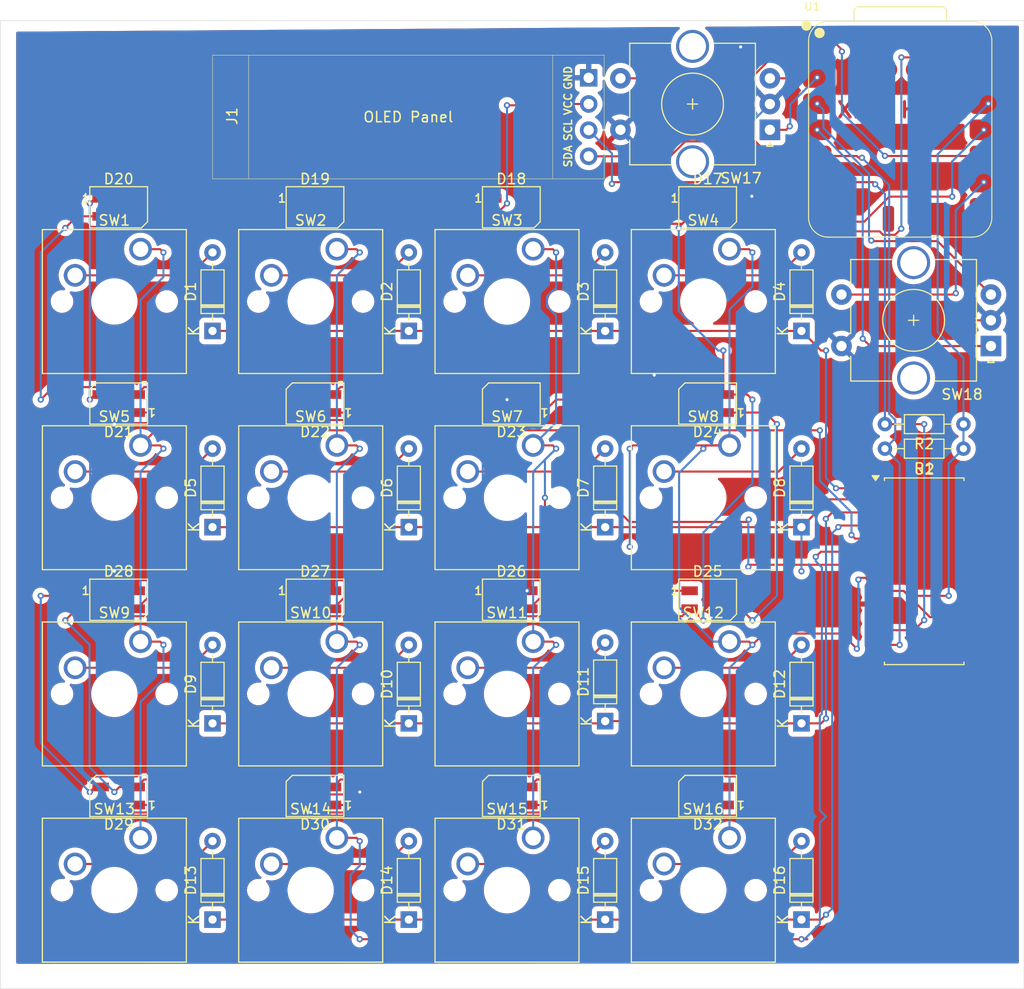
<source format=kicad_pcb>
(kicad_pcb (version 20240108) (generator "pcbnew") (generator_version "8.0")
  (layers (0 "F.Cu" signal) (31 "B.Cu" signal) (34 "B.Paste" user) (35 "F.Paste" user) (36 "B.SilkS" user "B.Silkscreen") (37 "F.SilkS" user "F.Silkscreen") (38 "B.Mask" user) (39 "F.Mask" user) (44 "Edge.Cuts" user))
  (net 0 "")
  (net 1 "Net-(D1-A)")
  (net 2 "Net-(D2-A)")
  (net 3 "Net-(D3-A)")
  (net 4 "Net-(D4-A)")
  (net 5 "Net-(D5-A)")
  (net 6 "Net-(D6-A)")
  (net 7 "Net-(D7-A)")
  (net 8 "Net-(D8-A)")
  (net 9 "Net-(D9-A)")
  (net 14 "GND")
  (net 17 "ROW0")
  (net 20 "ROW1")
  (net 21 "ROW2")
  (net 22 "Net-(D10-A)")
  (net 23 "Net-(D11-A)")
  (net 24 "Net-(D12-A)")
  (net 25 "ROW3")
  (net 26 "Net-(D13-A)")
  (net 27 "Net-(D14-A)")
  (net 28 "Net-(D15-A)")
  (net 29 "Net-(D16-A)")
  (net 30 "Net-(D17-DOUT)")
  (net 31 "+5V")
  (net 32 "NEO")
  (net 33 "Net-(D18-DOUT)")
  (net 34 "Net-(D19-DOUT)")
  (net 35 "Net-(D20-DOUT)")
  (net 36 "Net-(D21-DOUT)")
  (net 37 "Net-(D22-DOUT)")
  (net 38 "Net-(D23-DOUT)")
  (net 39 "Net-(D24-DOUT)")
  (net 40 "Net-(D25-DOUT)")
  (net 41 "Net-(D26-DOUT)")
  (net 42 "Net-(D27-DOUT)")
  (net 43 "Net-(D28-DOUT)")
  (net 44 "Net-(D29-DOUT)")
  (net 45 "Net-(D30-DOUT)")
  (net 46 "Net-(D31-DOUT)")
  (net 48 "SCL")
  (net 49 "SDA")
  (net 50 "+3.3V")
  (net 51 "COL0")
  (net 52 "COL1")
  (net 53 "COL2")
  (net 54 "COL3")
  (net 55 "Net-(U1-GPIO28_A2_D2)")
  (net 56 "Net-(U1-GPIO27_A1_D1)")
  (net 57 "Net-(U1-GPIO26_A0_D0)")
  (net 70 "Net-(U1-GPIO29_A3_D3)")
  (net 71 "Net-(U1-GPIO2_D8_SCK)")
  (net 72 "Net-(U1-GPIO4_D9_MISO)")
  (footprint "Diode_THT:D_DO-35_SOD27_P7.62mm_Horizontal" (layer "F.Cu") (at 90.4875 60.0075 90)
    (property "Reference" "D2")
    (property "Value" "D")
  )
  (footprint "Diode_THT:D_DO-35_SOD27_P7.62mm_Horizontal" (layer "F.Cu") (at 71.4375 98.1075 90)
    (property "Reference" "D9")
    (property "Value" "D")
  )
  (footprint "Diode_THT:D_DO-35_SOD27_P7.62mm_Horizontal" (layer "F.Cu") (at 109.5375 60.0075 90)
    (property "Reference" "D3")
    (property "Value" "D")
  )
  (footprint "Diode_THT:D_DO-35_SOD27_P7.62mm_Horizontal" (layer "F.Cu") (at 128.5875 79.0575 90)
    (property "Reference" "D8")
    (property "Value" "D")
  )
  (footprint "Diode_THT:D_DO-35_SOD27_P7.62mm_Horizontal" (layer "F.Cu") (at 90.4875 98.1075 90)
    (property "Reference" "D10")
    (property "Value" "D")
  )
  (footprint "Diode_THT:D_DO-35_SOD27_P7.62mm_Horizontal" (layer "F.Cu") (at 71.4375 117.1575 90)
    (property "Reference" "D13")
    (property "Value" "D")
  )
  (footprint "CustomLib:CustomSwitch" (layer "F.Cu") (at 102.5525 90.17)
    (property "Reference" "SW11")
    (property "Value" "SW_Push_45deg")
  )
  (footprint "Package_SO:SOIC-28W_7.5x17.9mm_P1.27mm" (layer "F.Cu") (at 140.49375 83.34375)
    (property "Reference" "U2")
    (property "Value" "MCP23017_SO")
  )
  (footprint "Rotary_Encoder:RotaryEncoder_Alps_EC11E-Switch_Vertical_H20mm_CircularMountingHoles" (layer "F.Cu") (at 125.52 40.48 180)
    (property "Reference" "SW17")
    (property "Value" "RotaryEncoder_Switch")
  )
  (footprint "CustomLib:GoofyLED" (layer "F.Cu") (at 62.33125 86.10625)
    (property "Reference" "D28")
    (property "Value" "SK6812MINI")
  )
  (footprint "CustomLib:GoofyLED" (layer "F.Cu") (at 119.48125 86.10625)
    (property "Reference" "D25")
    (property "Value" "SK6812MINI")
  )
  (footprint "KiCad-SSD1306-0.91-OLED-4pin-128x32:SSD1306-0.91-OLED-4pin-128x32" (layer "F.Cu") (at 71.4375 33.24375)
    (property "Reference" "J1")
    (property "Value" "Conn_01x04_Pin" (hide yes))
  )
  (footprint "Diode_THT:D_DO-35_SOD27_P7.62mm_Horizontal" (layer "F.Cu") (at 71.4375 79.0575 90)
    (property "Reference" "D5")
    (property "Value" "D")
  )
  (footprint "CustomLib:GoofyLED" (layer "F.Cu") (at 62.33125 67.05625 180)
    (property "Reference" "D21")
    (property "Value" "SK6812MINI")
  )
  (footprint "CustomLib:CustomSwitch" (layer "F.Cu") (at 121.6025 109.22)
    (property "Reference" "SW16")
    (property "Value" "SW_Push_45deg")
  )
  (footprint "CustomLib:GoofyLED" (layer "F.Cu") (at 62.33125 48.00625)
    (property "Reference" "D20")
    (property "Value" "SK6812MINI")
  )
  (footprint "CustomLib:CustomSwitch" (layer "F.Cu") (at 64.4525 52.07)
    (property "Reference" "SW1")
    (property "Value" "SW_Push_45deg")
  )
  (footprint "Seeed Studio XIAO Series Library:XIAO-RP2040-SMD" (layer "F.Cu") (at 138.1125 40.48125)
    (property "Reference" "U1")
    (property "Value" "XIAO-RP2040-SMD")
  )
  (footprint "CustomLib:GoofyLED" (layer "F.Cu") (at 100.43125 48.00625)
    (property "Reference" "D18")
    (property "Value" "SK6812MINI")
  )
  (footprint "CustomLib:GoofyLED" (layer "F.Cu") (at 119.48125 48.00625)
    (property "Reference" "D17")
    (property "Value" "SK6812MINI")
  )
  (footprint "Diode_THT:D_DO-35_SOD27_P7.62mm_Horizontal" (layer "F.Cu") (at 90.4875 79.0575 90)
    (property "Reference" "D6")
    (property "Value" "D")
  )
  (footprint "CustomLib:CustomSwitch" (layer "F.Cu") (at 64.4525 71.12)
    (property "Reference" "SW5")
    (property "Value" "SW_Push_45deg")
  )
  (footprint "Diode_THT:D_DO-35_SOD27_P7.62mm_Horizontal" (layer "F.Cu") (at 128.5875 117.1575 90)
    (property "Reference" "D16")
    (property "Value" "D")
  )
  (footprint "CustomLib:GoofyLED" (layer "F.Cu") (at 100.43125 105.15625 180)
    (property "Reference" "D31")
    (property "Value" "SK6812MINI")
  )
  (footprint "CustomLib:GoofyLED" (layer "F.Cu") (at 100.43125 67.05625 180)
    (property "Reference" "D23")
    (property "Value" "SK6812MINI")
  )
  (footprint "CustomLib:CustomSwitch" (layer "F.Cu") (at 102.5525 71.12)
    (property "Reference" "SW7")
    (property "Value" "SW_Push_45deg")
  )
  (footprint "CustomLib:GoofyLED" (layer "F.Cu") (at 81.38125 48.00625)
    (property "Reference" "D19")
    (property "Value" "SK6812MINI")
  )
  (footprint "CustomLib:GoofyLED" (layer "F.Cu") (at 100.43125 86.10625)
    (property "Reference" "D26")
    (property "Value" "SK6812MINI")
  )
  (footprint "CustomLib:GoofyLED" (layer "F.Cu") (at 62.33125 105.15625 180)
    (property "Reference" "D29")
    (property "Value" "SK6812MINI")
  )
  (footprint "Diode_THT:D_DO-35_SOD27_P7.62mm_Horizontal" (layer "F.Cu") (at 109.5375 97.8875 90)
    (property "Reference" "D11")
    (property "Value" "D")
  )
  (footprint "Rotary_Encoder:RotaryEncoder_Alps_EC11E-Switch_Vertical_H20mm_CircularMountingHoles" (layer "F.Cu") (at 146.96875 61.475 180)
    (property "Reference" "SW18")
    (property "Value" "RotaryEncoder_Switch")
  )
  (footprint "Resistor_THT:R_Axial_DIN0204_L3.6mm_D1.6mm_P7.62mm_Horizontal" (layer "F.Cu") (at 144.30375 69.05625 180)
    (property "Reference" "R2")
    (property "Value" "R")
  )
  (footprint "CustomLib:CustomSwitch" (layer "F.Cu") (at 102.5525 109.22)
    (property "Reference" "SW15")
    (property "Value" "SW_Push_45deg")
  )
  (footprint "CustomLib:CustomSwitch" (layer "F.Cu") (at 121.6025 90.17)
    (property "Reference" "SW12")
    (property "Value" "SW_Push_45deg")
  )
  (footprint "CustomLib:CustomSwitch" (layer "F.Cu") (at 102.5525 52.07)
    (property "Reference" "SW3")
    (property "Value" "SW_Push_45deg")
  )
  (footprint "CustomLib:GoofyLED" (layer "F.Cu") (at 119.48125 105.15625 180)
    (property "Reference" "D32")
    (property "Value" "SK6812MINI")
  )
  (footprint "CustomLib:GoofyLED" (layer "F.Cu") (at 81.38125 105.15625 180)
    (property "Reference" "D30")
    (property "Value" "SK6812MINI")
  )
  (footprint "Diode_THT:D_DO-35_SOD27_P7.62mm_Horizontal" (layer "F.Cu") (at 128.5875 60.0075 90)
    (property "Reference" "D4")
    (property "Value" "D")
  )
  (footprint "CustomLib:CustomSwitch" (layer "F.Cu") (at 64.4525 90.17)
    (property "Reference" "SW9")
    (property "Value" "SW_Push_45deg")
  )
  (footprint "Diode_THT:D_DO-35_SOD27_P7.62mm_Horizontal" (layer "F.Cu") (at 109.5375 79.0575 90)
    (property "Reference" "D7")
    (property "Value" "D")
  )
  (footprint "Diode_THT:D_DO-35_SOD27_P7.62mm_Horizontal" (layer "F.Cu") (at 109.5375 117.1575 90)
    (property "Reference" "D15")
    (property "Value" "D")
  )
  (footprint "CustomLib:CustomSwitch" (layer "F.Cu") (at 64.4525 109.22)
    (property "Reference" "SW13")
    (property "Value" "SW_Push_45deg")
  )
  (footprint "CustomLib:CustomSwitch" (layer "F.Cu") (at 121.6025 52.07)
    (property "Reference" "SW4")
    (property "Value" "SW_Push_45deg")
  )
  (footprint "CustomLib:GoofyLED" (layer "F.Cu") (at 81.38125 86.10625)
    (property "Reference" "D27")
    (property "Value" "SK6812MINI")
  )
  (footprint "CustomLib:GoofyLED" (layer "F.Cu") (at 119.48125 67.05625 180)
    (property "Reference" "D24")
    (property "Value" "SK6812MINI")
  )
  (footprint "CustomLib:GoofyLED" (layer "F.Cu") (at 81.38125 67.05625 180)
    (property "Reference" "D22")
    (property "Value" "SK6812MINI")
  )
  (footprint "CustomLib:CustomSwitch" (layer "F.Cu") (at 83.5025 52.07)
    (property "Reference" "SW2")
    (property "Value" "SW_Push_45deg")
  )
  (footprint "Diode_THT:D_DO-35_SOD27_P7.62mm_Horizontal" (layer "F.Cu") (at 128.5875 98.1075 90)
    (property "Reference" "D12")
    (property "Value" "D")
  )
  (footprint "CustomLib:CustomSwitch" (layer "F.Cu") (at 83.5025 109.22)
    (property "Reference" "SW14")
    (property "Value" "SW_Push_45deg")
  )
  (footprint "CustomLib:CustomSwitch" (layer "F.Cu") (at 121.6025 71.12)
    (property "Reference" "SW8")
    (property "Value" "SW_Push_45deg")
  )
  (footprint "Diode_THT:D_DO-35_SOD27_P7.62mm_Horizontal" (layer "F.Cu") (at 71.4375 60.0075 90)
    (property "Reference" "D1")
    (property "Value" "D")
  )
  (footprint "Diode_THT:D_DO-35_SOD27_P7.62mm_Horizontal" (layer "F.Cu") (at 90.4875 117.1575 90)
    (property "Reference" "D14")
    (property "Value" "D")
  )
  (footprint "CustomLib:CustomSwitch" (layer "F.Cu") (at 83.5025 71.12)
    (property "Reference" "SW6")
    (property "Value" "SW_Push_45deg")
  )
  (footprint "CustomLib:CustomSwitch" (layer "F.Cu") (at 83.5025 90.17)
    (property "Reference" "SW10")
    (property "Value" "SW_Push_45deg")
  )
  (footprint "Resistor_THT:R_Axial_DIN0204_L3.6mm_D1.6mm_P7.62mm_Horizontal" (layer "F.Cu") (at 144.30375 71.4375 180)
    (property "Reference" "R1")
    (property "Value" "R")
  )
  (gr_rect (start 50.84 29.875) (end 150.18 123.845) (stroke (width 0.05)) (fill none) (layer "Edge.Cuts"))
  (gr_text "XIAO HERE!" (at 131.89 39.44 0) (layer "F.Cu") (effects (font (size 1.5 1.5) (thickness 0.3) (bold yes)) (justify left bottom)))
  (gr_text "UN123115's\nQuestionable\nmacropad" (at 54.76875 42.8625 0) (layer "F.Cu") (effects (font (size 1.5 1.5) (thickness 0.3) (bold yes)) (justify left bottom)))
  (segment (start 58.1025 54.61) (end 69.215 54.61) (width 0.2) (layer "F.Cu") (net 1))
  (segment (start 69.215 54.61) (end 71.4375 52.3875) (width 0.2) (layer "F.Cu") (net 1))
  (segment (start 88.265 54.61) (end 90.4875 52.3875) (width 0.2) (layer "F.Cu") (net 2))
  (segment (start 77.1525 54.61) (end 88.265 54.61) (width 0.2) (layer "F.Cu") (net 2))
  (segment (start 96.2025 54.61) (end 107.315 54.61) (width 0.2) (layer "F.Cu") (net 3))
  (segment (start 107.315 54.61) (end 109.5375 52.3875) (width 0.2) (layer "F.Cu") (net 3))
  (segment (start 115.2525 54.61) (end 126.365 54.61) (width 0.2) (layer "F.Cu") (net 4))
  (segment (start 126.365 54.61) (end 128.5875 52.3875) (width 0.2) (layer "F.Cu") (net 4))
  (segment (start 69.215 73.66) (end 71.4375 71.4375) (width 0.2) (layer "F.Cu") (net 5))
  (segment (start 58.1025 73.66) (end 69.215 73.66) (width 0.2) (layer "F.Cu") (net 5))
  (segment (start 88.265 73.66) (end 90.4875 71.4375) (width 0.2) (layer "F.Cu") (net 6))
  (segment (start 77.1525 73.66) (end 88.265 73.66) (width 0.2) (layer "F.Cu") (net 6))
  (segment (start 107.315 73.66) (end 109.5375 71.4375) (width 0.2) (layer "F.Cu") (net 7))
  (segment (start 96.2025 73.66) (end 107.315 73.66) (width 0.2) (layer "F.Cu") (net 7))
  (segment (start 115.2525 73.66) (end 126.365 73.66) (width 0.2) (layer "F.Cu") (net 8))
  (segment (start 126.365 73.66) (end 128.5875 71.4375) (width 0.2) (layer "F.Cu") (net 8))
  (segment (start 58.1025 92.71) (end 69.215 92.71) (width 0.2) (layer "F.Cu") (net 9))
  (segment (start 69.215 92.71) (end 71.4375 90.4875) (width 0.2) (layer "F.Cu") (net 9))
  (segment (start 142.81875 35.40125) (end 142.43 35.79) (width 0.2) (layer "F.Cu") (net 14))
  (segment (start 80.35625 68.65625) (end 97.95625 68.65625) (width 0.2) (layer "F.Cu") (net 14))
  (segment (start 125.63625 37.53) (end 126.20625 38.1) (width 0.2) (layer "F.Cu") (net 14))
  (segment (start 97.95625 68.65625) (end 98.68125 67.93125) (width 0.2) (layer "F.Cu") (net 14))
  (segment (start 85.49375 105.00625) (end 85.725 104.775) (width 0.2) (layer "F.Cu") (net 14))
  (segment (start 134.96875 58.975) (end 132.46875 61.475) (width 0.2) (layer "F.Cu") (net 14))
  (segment (start 61.30625 106.75625) (end 60.58125 106.03125) (width 0.2) (layer "F.Cu") (net 14))
  (segment (start 117.00625 106.75625) (end 99.40625 106.75625) (width 0.2) (layer "F.Cu") (net 14))
  (segment (start 60.7875 67.93125) (end 61.9125 69.05625) (width 0.2) (layer "F.Cu") (net 14))
  (segment (start 146.96875 58.975) (end 134.96875 58.975) (width 0.2) (layer "F.Cu") (net 14))
  (segment (start 146.2775 35.40125) (end 142.81875 35.40125) (width 0.2) (layer "F.Cu") (net 14))
  (segment (start 61.9125 83.34375) (end 63.8 85.23125) (width 0.2) (layer "F.Cu") (net 14))
  (segment (start 80.9625 106.75625) (end 97.95625 106.75625) (width 0.2) (layer "F.Cu") (net 14))
  (segment (start 63.8 85.23125) (end 64.08125 85.23125) (width 0.2) (layer "F.Cu") (net 14))
  (segment (start 98.75625 67.93125) (end 98.68125 67.93125) (width 0.2) (layer "F.Cu") (net 14))
  (segment (start 79.63125 106.03125) (end 79.63125 106.10625) (width 0.2) (layer "F.Cu") (net 14))
  (segment (start 79.63125 67.93125) (end 80.35625 68.65625) (width 0.2) (layer "F.Cu") (net 14))
  (segment (start 99.40625 106.75625) (end 98.68125 106.03125) (width 0.2) (layer "F.Cu") (net 14))
  (segment (start 60.58125 67.93125) (end 60.7875 67.93125) (width 0.2) (layer "F.Cu") (net 14))
  (segment (start 78.98125 106.75625) (end 61.30625 106.75625) (width 0.2) (layer "F.Cu") (net 14))
  (segment (start 100.0125 66.675) (end 98.75625 67.93125) (width 0.2) (layer "F.Cu") (net 14))
  (segment (start 80.9625 104.775) (end 81.19375 105.00625) (width 0.2) (layer "F.Cu") (net 14))
  (segment (start 81.19375 105.00625) (end 85.49375 105.00625) (width 0.2) (layer "F.Cu") (net 14))
  (segment (start 117.73125 106.03125) (end 117.00625 106.75625) (width 0.2) (layer "F.Cu") (net 14))
  (segment (start 80.35625 106.75625) (end 79.63125 106.03125) (width 0.2) (layer "F.Cu") (net 14))
  (segment (start 125.53 37.53) (end 125.63625 37.53) (width 0.2) (layer "F.Cu") (net 14))
  (segment (start 97.95625 106.75625) (end 98.68125 106.03125) (width 0.2) (layer "F.Cu") (net 14))
  (segment (start 79.63125 106.10625) (end 78.98125 106.75625) (width 0.2) (layer "F.Cu") (net 14))
  (segment (start 80.9625 106.75625) (end 80.35625 106.75625) (width 0.2) (layer "F.Cu") (net 14))
  (via (at 61.9125 69.05625) (size 0.6) (drill 0.3) (layers "F.Cu" "B.Cu") (net 14))
  (via (at 122.68 32.43) (size 0.6) (drill 0.3) (layers "F.Cu" "B.Cu") (net 14))
  (via (at 80.9625 106.75625) (size 0.6) (drill 0.3) (layers "F.Cu" "B.Cu") (net 14))
  (via (at 101.9525 85.23125) (size 0.6) (drill 0.3) (layers "F.Cu" "B.Cu") (net 14))
  (via (at 114.3 64.29375) (size 0.6) (drill 0.3) (layers "F.Cu" "B.Cu") (net 14))
  (via (at 123.77 46.93) (size 0.6) (drill 0.3) (layers "F.Cu" "B.Cu") (net 14))
  (via (at 85.725 104.775) (size 0.6) (drill 0.3) (layers "F.Cu" "B.Cu") (net 14))
  (via (at 61.9125 83.34375) (size 0.6) (drill 0.3) (layers "F.Cu" "B.Cu") (net 14))
  (via (at 100.0125 66.675) (size 0.6) (drill 0.3) (layers "F.Cu" "B.Cu") (net 14))
  (segment (start 122.68 35.14) (end 122.68 32.43) (width 0.2) (layer "B.Cu") (net 14))
  (segment (start 125.52 37.98) (end 122.68 35.14) (width 0.2) (layer "B.Cu") (net 14))
  (segment (start 61.9125 69.05625) (end 59.5625 71.40625) (width 0.2) (layer "B.Cu") (net 14))
  (segment (start 59.5625 71.40625) (end 59.5625 80.99375) (width 0.2) (layer "B.Cu") (net 14))
  (segment (start 123.77 39.73) (end 123.77 46.93) (width 0.2) (layer "B.Cu") (net 14))
  (segment (start 85.725 104.775) (end 85.725 102.39375) (width 0.2) (layer "B.Cu") (net 14))
  (segment (start 59.5625 80.99375) (end 61.9125 83.34375) (width 0.2) (layer "B.Cu") (net 14))
  (segment (start 100.0125 66.675) (end 97.6625 69.025) (width 0.2) (layer "B.Cu") (net 14))
  (segment (start 125.52 37.98) (end 123.77 39.73) (width 0.2) (layer "B.Cu") (net 14))
  (segment (start 97.6625 80.94125) (end 101.9525 85.23125) (width 0.2) (layer "B.Cu") (net 14))
  (segment (start 97.6625 69.025) (end 97.6625 80.94125) (width 0.2) (layer "B.Cu") (net 14))
  (segment (start 109.5375 60.0075) (end 128.5875 60.0075) (width 0.2) (layer "F.Cu") (net 17))
  (segment (start 71.4375 60.0075) (end 90.4875 60.0075) (width 0.2) (layer "F.Cu") (net 17))
  (segment (start 131.94 75.28) (end 135.469314 75.28) (width 0.2) (layer "F.Cu") (net 17))
  (segment (start 90.4875 60.0075) (end 109.5375 60.0075) (width 0.2) (layer "F.Cu") (net 17))
  (segment (start 130.4925 61.9125) (end 128.5875 60.0075) (width 0.2) (layer "F.Cu") (net 17))
  (segment (start 130.96875 61.9125) (end 130.4925 61.9125) (width 0.2) (layer "F.Cu") (net 17))
  (via (at 130.96875 61.9125) (size 0.6) (drill 0.3) (layers "F.Cu" "B.Cu") (net 17))
  (via (at 131.94 75.28) (size 0.6) (drill 0.3) (layers "F.Cu" "B.Cu") (net 17))
  (segment (start 130.96875 74.30875) (end 131.94 75.28) (width 0.2) (layer "B.Cu") (net 17))
  (segment (start 130.96875 61.9125) (end 130.96875 74.30875) (width 0.2) (layer "B.Cu") (net 17))
  (segment (start 90.4875 79.0575) (end 109.5375 79.0575) (width 0.2) (layer "F.Cu") (net 20))
  (segment (start 131.28625 76.35875) (end 135.84375 76.35875) (width 0.2) (layer "F.Cu") (net 20))
  (segment (start 90.4875 79.0575) (end 128.5875 79.0575) (width 0.2) (layer "F.Cu") (net 20))
  (segment (start 71.4375 79.0575) (end 90.4875 79.0575) (width 0.2) (layer "F.Cu") (net 20))
  (segment (start 128.5875 79.0575) (end 131.28625 76.35875) (width 0.2) (layer "F.Cu") (net 20))
  (via (at 128.5875 83.34375) (size 0.6) (drill 0.3) (layers "F.Cu" "B.Cu") (net 20))
  (segment (start 128.5875 79.0575) (end 128.5875 83.34375) (width 0.2) (layer "B.Cu") (net 20))
  (segment (start 130.4925 98.1075) (end 128.5875 98.1075) (width 0.2) (layer "F.Cu") (net 21))
  (segment (start 109.5375 97.8875) (end 111.6625 97.8875) (width 0.2) (layer "F.Cu") (net 21))
  (segment (start 111.6625 97.8875) (end 111.8825 98.1075) (width 0.2) (layer "F.Cu") (net 21))
  (segment (start 109.3175 98.1075) (end 109.5375 97.8875) (width 0.2) (layer "F.Cu") (net 21))
  (segment (start 90.4875 98.1075) (end 109.3175 98.1075) (width 0.2) (layer "F.Cu") (net 21))
  (segment (start 131.57125 77.62875) (end 135.84375 77.62875) (width 0.2) (layer "F.Cu") (net 21))
  (segment (start 130.96875 97.63125) (end 130.4925 98.1075) (width 0.2) (layer "F.Cu") (net 21))
  (segment (start 111.8825 98.1075) (end 128.5875 98.1075) (width 0.2) (layer "F.Cu") (net 21))
  (segment (start 130.95 78.25) (end 131.57125 77.62875) (width 0.2) (layer "F.Cu") (net 21))
  (segment (start 71.4375 98.1075) (end 90.4875 98.1075) (width 0.2) (layer "F.Cu") (net 21))
  (via (at 130.95 78.25) (size 0.6) (drill 0.3) (layers "F.Cu" "B.Cu") (net 21))
  (via (at 130.96875 97.63125) (size 0.6) (drill 0.3) (layers "F.Cu" "B.Cu") (net 21))
  (segment (start 130.95 78.25) (end 130.96875 78.26875) (width 0.2) (layer "B.Cu") (net 21))
  (segment (start 130.96875 78.26875) (end 130.96875 97.63125) (width 0.2) (layer "B.Cu") (net 21))
  (segment (start 77.1525 92.71) (end 88.265 92.71) (width 0.2) (layer "F.Cu") (net 22))
  (segment (start 88.265 92.71) (end 90.4875 90.4875) (width 0.2) (layer "F.Cu") (net 22))
  (segment (start 107.095 92.71) (end 109.5375 90.2675) (width 0.2) (layer "F.Cu") (net 23))
  (segment (start 96.2025 92.71) (end 107.095 92.71) (width 0.2) (layer "F.Cu") (net 23))
  (segment (start 126.365 92.71) (end 128.5875 90.4875) (width 0.2) (layer "F.Cu") (net 24))
  (segment (start 115.2525 92.71) (end 126.365 92.71) (width 0.2) (layer "F.Cu") (net 24))
  (segment (start 132.31125 78.89875) (end 135.84375 78.89875) (width 0.2) (layer "F.Cu") (net 25))
  (segment (start 109.5375 117.1575) (end 128.5875 117.1575) (width 0.2) (layer "F.Cu") (net 25))
  (segment (start 90.4875 117.1575) (end 109.5375 117.1575) (width 0.2) (layer "F.Cu") (net 25))
  (segment (start 132.16 79.05) (end 132.31125 78.89875) (width 0.2) (layer "F.Cu") (net 25))
  (segment (start 130.4925 117.1575) (end 128.5875 117.1575) (width 0.2) (layer "F.Cu") (net 25))
  (segment (start 130.96875 116.68125) (end 130.4925 117.1575) (width 0.2) (layer "F.Cu") (net 25))
  (segment (start 71.4375 117.1575) (end 90.4875 117.1575) (width 0.2) (layer "F.Cu") (net 25))
  (via (at 130.96875 116.68125) (size 0.6) (drill 0.3) (layers "F.Cu" "B.Cu") (net 25))
  (via (at 132.16 79.05) (size 0.6) (drill 0.3) (layers "F.Cu" "B.Cu") (net 25))
  (segment (start 131.56875 79.64125) (end 131.56875 116.08125) (width 0.2) (layer "B.Cu") (net 25))
  (segment (start 131.56875 116.08125) (end 130.96875 116.68125) (width 0.2) (layer "B.Cu") (net 25))
  (segment (start 132.16 79.05) (end 131.56875 79.64125) (width 0.2) (layer "B.Cu") (net 25))
  (segment (start 58.1025 111.76) (end 69.215 111.76) (width 0.2) (layer "F.Cu") (net 26))
  (segment (start 69.215 111.76) (end 71.4375 109.5375) (width 0.2) (layer "F.Cu") (net 26))
  (segment (start 77.1525 111.76) (end 88.265 111.76) (width 0.2) (layer "F.Cu") (net 27))
  (segment (start 88.265 111.76) (end 90.4875 109.5375) (width 0.2) (layer "F.Cu") (net 27))
  (segment (start 96.2025 111.76) (end 107.315 111.76) (width 0.2) (layer "F.Cu") (net 28))
  (segment (start 107.315 111.76) (end 109.5375 109.5375) (width 0.2) (layer "F.Cu") (net 28))
  (segment (start 126.365 111.76) (end 128.5875 109.5375) (width 0.2) (layer "F.Cu") (net 29))
  (segment (start 115.2525 111.76) (end 126.365 111.76) (width 0.2) (layer "F.Cu") (net 29))
  (segment (start 117.73125 47.13125) (end 103.93125 47.13125) (width 0.2) (layer "F.Cu") (net 30))
  (segment (start 103.93125 47.13125) (end 102.18125 48.88125) (width 0.2) (layer "F.Cu") (net 30))
  (segment (start 79.8375 86.98125) (end 80.5625 87.70625) (width 0.2) (layer "F.Cu") (net 31))
  (segment (start 63.35625 65.45625) (end 55.9875 65.45625) (width 0.2) (layer "F.Cu") (net 31))
  (segment (start 58.275 86.98125) (end 57.15 88.10625) (width 0.2) (layer "F.Cu") (net 31))
  (segment (start 79.63125 86.98125) (end 79.8375 86.98125) (width 0.2) (layer "F.Cu") (net 31))
  (segment (start 78.90625 49.60625) (end 61.30625 49.60625) (width 0.2) (layer "F.Cu") (net 31))
  (segment (start 61.30625 49.60625) (end 60.58125 48.88125) (width 0.2) (layer "F.Cu") (net 31))
  (segment (start 78.90625 87.70625) (end 79.63125 86.98125) (width 0.2) (layer "F.Cu") (net 31))
  (segment (start 64.80625 103.55625) (end 82.40625 103.55625) (width 0.2) (layer "F.Cu") (net 31))
  (segment (start 117.73125 48.88125) (end 117.00625 49.60625) (width 0.2) (layer "F.Cu") (net 31))
  (segment (start 79.63125 48.88125) (end 78.90625 49.60625) (width 0.2) (layer "F.Cu") (net 31))
  (segment (start 83.13125 66.18125) (end 83.85625 65.45625) (width 0.2) (layer "F.Cu") (net 31))
  (segment (start 136.503708 50.67125) (end 137.67875 50.67125) (width 0.2) (layer "F.Cu") (net 31))
  (segment (start 123.33125 66.18125) (end 123.825 66.675) (width 0.2) (layer "F.Cu") (net 31))
  (segment (start 102.39375 38.1) (end 102.52 37.97375) (width 0.2) (layer "F.Cu") (net 31))
  (segment (start 117.00625 49.60625) (end 99.40625 49.60625) (width 0.2) (layer "F.Cu") (net 31))
  (segment (start 82.40625 103.55625) (end 83.13125 104.28125) (width 0.2) (layer "F.Cu") (net 31))
  (segment (start 80.5625 87.70625) (end 97.95625 87.70625) (width 0.2) (layer "F.Cu") (net 31))
  (segment (start 117.00625 87.70625) (end 117.73125 86.98125) (width 0.2) (layer "F.Cu") (net 31))
  (segment (start 62.40625 104.28125) (end 61.9125 104.775) (width 0.2) (layer "F.Cu") (net 31))
  (segment (start 101.45625 65.45625) (end 102.18125 66.18125) (width 0.2) (layer "F.Cu") (net 31))
  (segment (start 121.23125 66.18125) (end 123.33125 66.18125) (width 0.2) (layer "F.Cu") (net 31))
  (segment (start 101.45625 103.55625) (end 102.18125 104.28125) (width 0.2) (layer "F.Cu") (net 31))
  (segment (start 102.90625 103.55625) (end 120.50625 103.55625) (width 0.2) (layer "F.Cu") (net 31))
  (segment (start 100.0125 38.1) (end 102.39375 38.1) (width 0.2) (layer "F.Cu") (net 31))
  (segment (start 83.85625 65.45625) (end 101.45625 65.45625) (width 0.2) (layer "F.Cu") (net 31))
  (segment (start 121.0025 61.9125) (end 121.0025 65.9525) (width 0.2) (layer "F.Cu") (net 31))
  (segment (start 102.52 37.97375) (end 107.9375 37.97375) (width 0.2) (layer "F.Cu") (net 31))
  (segment (start 98.68125 86.98125) (end 99.40625 87.70625) (width 0.2) (layer "F.Cu") (net 31))
  (segment (start 98.68125 48.88125) (end 98.75625 48.88125) (width 0.2) (layer "F.Cu") (net 31))
  (segment (start 137.67875 50.67125) (end 138.27 50.08) (width 0.2) (layer "F.Cu") (net 31))
  (segment (start 145.68875 33.45) (end 138.28 33.45) (width 0.2) (layer "F.Cu") (net 31))
  (segment (start 119.192042 50.342042) (end 136.1745 50.342042) (width 0.2) (layer "F.Cu") (net 31))
  (segment (start 121.0025 65.9525) (end 121.23125 66.18125) (width 0.2) (layer "F.Cu") (net 31))
  (segment (start 98.75625 48.88125) (end 100.0125 47.625) (width 0.2) (layer "F.Cu") (net 31))
  (segment (start 117.73125 48.88125) (end 119.192042 50.342042) (width 0.2) (layer "F.Cu") (net 31))
  (segment (start 80.35625 49.60625) (end 79.63125 48.88125) (width 0.2) (layer "F.Cu") (net 31))
  (segment (start 146.2775 32.86125) (end 145.68875 33.45) (width 0.2) (layer "F.Cu") (net 31))
  (segment (start 61.30625 87.70625) (end 78.90625 87.70625) (width 0.2) (layer "F.Cu") (net 31))
  (segment (start 117.9375 86.98125) (end 119.0625 88.10625) (width 0.2) (layer "F.Cu") (net 31))
  (segment (start 64.08125 66.18125) (end 63.35625 65.45625) (width 0.2) (layer "F.Cu") (net 31))
  (segment (start 60.58125 86.98125) (end 58.275 86.98125) (width 0.2) (layer "F.Cu") (net 31))
  (segment (start 83.85625 103.55625) (end 101.45625 103.55625) (width 0.2) (layer "F.Cu") (net 31))
  (segment (start 64.08125 66.18125) (end 64.80625 65.45625) (width 0.2) (layer "F.Cu") (net 31))
  (segment (start 117.73125 86.98125) (end 117.9375 86.98125) (width 0.2) (layer "F.Cu") (net 31))
  (segment (start 120.50625 103.55625) (end 121.23125 104.28125) (width 0.2) (layer "F.Cu") (net 31))
  (segment (start 99.40625 49.60625) (end 98.68125 48.88125) (width 0.2) (layer "F.Cu") (net 31))
  (segment (start 102.18125 104.28125) (end 102.90625 103.55625) (width 0.2) (layer "F.Cu") (net 31))
  (segment (start 60.58125 86.98125) (end 61.30625 87.70625) (width 0.2) (layer "F.Cu") (net 31))
  (segment (start 60.58125 48.88125) (end 58.275 48.88125) (width 0.2) (layer "F.Cu") (net 31))
  (segment (start 116.68125 50.00625) (end 116.68125 49.93125) (width 0.2) (layer "F.Cu") (net 31))
  (segment (start 64.08125 104.28125) (end 64.80625 103.55625) (width 0.2) (layer "F.Cu") (net 31))
  (segment (start 116.68125 49.93125) (end 117.73125 48.88125) (width 0.2) (layer "F.Cu") (net 31))
  (segment (start 58.275 48.88125) (end 57.15 50.00625) (width 0.2) (layer "F.Cu") (net 31))
  (segment (start 64.08125 104.28125) (end 62.40625 104.28125) (width 0.2) (layer "F.Cu") (net 31))
  (segment (start 99.40625 87.70625) (end 117.00625 87.70625) (width 0.2) (layer "F.Cu") (net 31))
  (segment (start 136.1745 50.342042) (end 136.503708 50.67125) (width 0.2) (layer "F.Cu") (net 31))
  (segment (start 83.13125 104.28125) (end 83.85625 103.55625) (width 0.2) (layer "F.Cu") (net 31))
  (segment (start 64.80625 65.45625) (end 82.40625 65.45625) (width 0.2) (layer "F.Cu") (net 31))
  (segment (start 55.9875 65.45625) (end 54.76875 66.675) (width 0.2) (layer "F.Cu") (net 31))
  (segment (start 145.56875 33.57) (end 146.2775 32.86125) (width 0.2) (layer "F.Cu") (net 31))
  (segment (start 117.00625 49.60625) (end 80.35625 49.60625) (width 0.2) (layer "F.Cu") (net 31))
  (segment (start 97.95625 87.70625) (end 98.68125 86.98125) (width 0.2) (layer "F.Cu") (net 31))
  (segment (start 82.40625 65.45625) (end 83.13125 66.18125) (width 0.2) (layer "F.Cu") (net 31))
  (via (at 100.0125 47.625) (size 0.6) (drill 0.3) (layers "F.Cu" "B.Cu") (net 31))
  (via (at 123.825 66.675) (size 0.6) (drill 0.3) (layers "F.Cu" "B.Cu") (net 31))
  (via (at 100.0125 38.1) (size 0.6) (drill 0.3) (layers "F.Cu" "B.Cu") (net 31))
  (via (at 116.68125 50.00625) (size 0.6) (drill 0.3) (layers "F.Cu" "B.Cu") (net 31))
  (via (at 121.0025 61.9125) (size 0.6) (drill 0.3) (layers "F.Cu" "B.Cu") (net 31))
  (via (at 57.15 88.10625) (size 0.6) (drill 0.3) (layers "F.Cu" "B.Cu") (net 31))
  (via (at 54.76875 66.675) (size 0.6) (drill 0.3) (layers "F.Cu" "B.Cu") (net 31))
  (via (at 61.9125 104.775) (size 0.6) (drill 0.3) (layers "F.Cu" "B.Cu") (net 31))
  (via (at 119.0625 88.10625) (size 0.6) (drill 0.3) (layers "F.Cu" "B.Cu") (net 31))
  (via (at 57.15 50.00625) (size 0.6) (drill 0.3) (layers "F.Cu" "B.Cu") (net 31))
  (via (at 138.28 33.45) (size 0.6) (drill 0.3) (layers "F.Cu" "B.Cu") (net 31))
  (via (at 138.27 50.08) (size 0.6) (drill 0.3) (layers "F.Cu" "B.Cu") (net 31))
  (segment (start 59.5025 90.45875) (end 59.5025 102.365) (width 0.2) (layer "B.Cu") (net 31))
  (segment (start 123.825 74.820444) (end 119.0625 79.582944) (width 0.2) (layer "B.Cu") (net 31))
  (segment (start 54.76875 52.3875) (end 54.76875 66.675) (width 0.2) (layer "B.Cu") (net 31))
  (segment (start 57.15 88.10625) (end 59.5025 90.45875) (width 0.2) (layer "B.Cu") (net 31))
  (segment (start 57.15 50.00625) (end 54.76875 52.3875) (width 0.2) (layer "B.Cu") (net 31))
  (segment (start 138.27 50.08) (end 138.28 50.07) (width 0.2) (layer "B.Cu") (net 31))
  (segment (start 116.68125 58.092152) (end 116.68125 50.00625) (width 0.2) (layer "B.Cu") (net 31))
  (segment (start 100.0125 47.625) (end 100.0125 38.1) (width 0.2) (layer "B.Cu") (net 31))
  (segment (start 120.501598 61.9125) (end 116.68125 58.092152) (width 0.2) (layer "B.Cu") (net 31))
  (segment (start 119.0625 79.582944) (end 119.0625 88.10625) (width 0.2) (layer "B.Cu") (net 31))
  (segment (start 138.28 50.07) (end 138.28 33.45) (width 0.2) (layer "B.Cu") (net 31))
  (segment (start 121.0025 61.9125) (end 120.501598 61.9125) (width 0.2) (layer "B.Cu") (net 31))
  (segment (start 59.5025 102.365) (end 61.9125 104.775) (width 0.2) (layer "B.Cu") (net 31))
  (segment (start 123.825 66.675) (end 123.825 74.820444) (width 0.2) (layer "B.Cu") (net 31))
  (segment (start 137.104958 46.97) (end 143.21 46.97) (width 0.2) (layer "F.Cu") (net 32))
  (segment (start 134.673708 49.40125) (end 137.104958 46.97) (width 0.2) (layer "F.Cu") (net 32))
  (segment (start 145.84625 40.05) (end 146.2775 40.48125) (width 0.2) (layer "F.Cu") (net 32))
  (segment (start 121.75125 49.40125) (end 134.673708 49.40125) (width 0.2) (layer "F.Cu") (net 32))
  (segment (start 121.23125 48.88125) (end 121.75125 49.40125) (width 0.2) (layer "F.Cu") (net 32))
  (via (at 146.2775 40.48125) (size 0.6) (drill 0.3) (layers "F.Cu" "B.Cu") (net 32))
  (via (at 143.21 46.97) (size 0.6) (drill 0.3) (layers "F.Cu" "B.Cu") (net 32))
  (segment (start 143.21 46.97) (end 143.21 43.54875) (width 0.2) (layer "B.Cu") (net 32))
  (segment (start 143.21 43.54875) (end 146.2775 40.48125) (width 0.2) (layer "B.Cu") (net 32))
  (segment (start 98.68125 47.13125) (end 84.88125 47.13125) (width 0.2) (layer "F.Cu") (net 33))
  (segment (start 84.88125 47.13125) (end 83.13125 48.88125) (width 0.2) (layer "F.Cu") (net 33))
  (segment (start 65.83125 47.13125) (end 64.08125 48.88125) (width 0.2) (layer "F.Cu") (net 34))
  (segment (start 79.63125 47.13125) (end 65.83125 47.13125) (width 0.2) (layer "F.Cu") (net 34))
  (segment (start 60.58125 66.18125) (end 60.025 66.18125) (width 0.2) (layer "F.Cu") (net 35))
  (segment (start 60.025 66.18125) (end 59.53125 66.675) (width 0.2) (layer "F.Cu") (net 35))
  (segment (start 60.025 47.13125) (end 59.53125 47.625) (width 0.2) (layer "F.Cu") (net 35))
  (segment (start 60.58125 47.13125) (end 60.025 47.13125) (width 0.2) (layer "F.Cu") (net 35))
  (via (at 59.53125 66.675) (size 0.6) (drill 0.3) (layers "F.Cu" "B.Cu") (net 35))
  (via (at 59.53125 47.625) (size 0.6) (drill 0.3) (layers "F.Cu" "B.Cu") (net 35))
  (segment (start 59.53125 47.625) (end 59.53125 66.675) (width 0.2) (layer "B.Cu") (net 35))
  (segment (start 70.18125 67.93125) (end 71.4375 66.675) (width 0.2) (layer "F.Cu") (net 36))
  (segment (start 79.1375 66.675) (end 79.63125 66.18125) (width 0.2) (layer "F.Cu") (net 36))
  (segment (start 64.08125 67.93125) (end 70.18125 67.93125) (width 0.2) (layer "F.Cu") (net 36))
  (segment (start 71.4375 66.675) (end 79.1375 66.675) (width 0.2) (layer "F.Cu") (net 36))
  (segment (start 96.93125 67.93125) (end 98.68125 66.18125) (width 0.2) (layer "F.Cu") (net 37))
  (segment (start 83.13125 67.93125) (end 96.93125 67.93125) (width 0.2) (layer "F.Cu") (net 37))
  (segment (start 104.775 66.675) (end 117.2375 66.675) (width 0.2) (layer "F.Cu") (net 38))
  (segment (start 102.18125 67.93125) (end 103.51875 67.93125) (width 0.2) (layer "F.Cu") (net 38))
  (segment (start 103.51875 67.93125) (end 104.775 66.675) (width 0.2) (layer "F.Cu") (net 38))
  (segment (start 117.2375 66.675) (end 117.73125 66.18125) (width 0.2) (layer "F.Cu") (net 38))
  (segment (start 122.7 86.98125) (end 123.825 88.10625) (width 0.2) (layer "F.Cu") (net 39))
  (segment (start 125.08125 67.93125) (end 121.23125 67.93125) (width 0.2) (layer "F.Cu") (net 39))
  (segment (start 121.23125 86.98125) (end 122.7 86.98125) (width 0.2) (layer "F.Cu") (net 39))
  (segment (start 126.20625 69.05625) (end 125.08125 67.93125) (width 0.2) (layer "F.Cu") (net 39))
  (via (at 126.20625 69.05625) (size 0.6) (drill 0.3) (layers "F.Cu" "B.Cu") (net 39))
  (via (at 123.825 88.10625) (size 0.6) (drill 0.3) (layers "F.Cu" "B.Cu") (net 39))
  (segment (start 126.20625 85.725) (end 123.825 88.10625) (width 0.2) (layer "B.Cu") (net 39))
  (segment (start 126.20625 69.05625) (end 126.20625 85.725) (width 0.2) (layer "B.Cu") (net 39))
  (segment (start 103.93125 85.23125) (end 102.18125 86.98125) (width 0.2) (layer "F.Cu") (net 40))
  (segment (start 117.73125 85.23125) (end 103.93125 85.23125) (width 0.2) (layer "F.Cu") (net 40))
  (segment (start 84.88125 85.23125) (end 83.13125 86.98125) (width 0.2) (layer "F.Cu") (net 41))
  (segment (start 98.68125 85.23125) (end 84.88125 85.23125) (width 0.2) (layer "F.Cu") (net 41))
  (segment (start 65.83125 85.23125) (end 64.08125 86.98125) (width 0.2) (layer "F.Cu") (net 42))
  (segment (start 79.63125 85.23125) (end 65.83125 85.23125) (width 0.2) (layer "F.Cu") (net 42))
  (segment (start 57.64375 85.23125) (end 60.58125 85.23125) (width 0.2) (layer "F.Cu") (net 43))
  (segment (start 54.76875 85.725) (end 57.15 85.725) (width 0.2) (layer "F.Cu") (net 43))
  (segment (start 60.58125 104.28125) (end 60.025 104.28125) (width 0.2) (layer "F.Cu") (net 43))
  (segment (start 57.15 85.725) (end 57.64375 85.23125) (width 0.2) (layer "F.Cu") (net 43))
  (segment (start 60.025 104.28125) (end 59.53125 104.775) (width 0.2) (layer "F.Cu") (net 43))
  (via (at 54.76875 85.725) (size 0.6) (drill 0.3) (layers "F.Cu" "B.Cu") (net 43))
  (via (at 59.53125 104.775) (size 0.6) (drill 0.3) (layers "F.Cu" "B.Cu") (net 43))
  (segment (start 54.76875 100.0125) (end 59.53125 104.775) (width 0.2) (layer "B.Cu") (net 43))
  (segment (start 54.76875 85.725) (end 54.76875 100.0125) (width 0.2) (layer "B.Cu") (net 43))
  (segment (start 64.08125 106.03125) (end 77.88125 106.03125) (width 0.2) (layer "F.Cu") (net 44))
  (segment (start 77.88125 106.03125) (end 79.63125 104.28125) (width 0.2) (layer "F.Cu") (net 44))
  (segment (start 96.93125 106.03125) (end 98.68125 104.28125) (width 0.2) (layer "F.Cu") (net 45))
  (segment (start 83.13125 106.03125) (end 96.93125 106.03125) (width 0.2) (layer "F.Cu") (net 45))
  (segment (start 102.18125 106.03125) (end 115.98125 106.03125) (width 0.2) (layer "F.Cu") (net 46))
  (segment (start 115.98125 106.03125) (end 117.73125 104.28125) (width 0.2) (layer "F.Cu") (net 46))
  (segment (start 139.518447 89.05875) (end 135.84375 89.05875) (width 0.2) (layer "F.Cu") (net 48))
  (segment (start 136.68375 69.05625) (end 140.49375 69.05625) (width 0.2) (layer "F.Cu") (net 48))
  (segment (start 110.19 45.73) (end 110.35875 45.56125) (width 0.2) (layer "F.Cu") (net 48))
  (segment (start 140.493732 88.083465) (end 139.518447 89.05875) (width 0.2) (layer "F.Cu") (net 48))
  (segment (start 135.74 45.77) (end 135.53125 45.56125) (width 0.2) (layer "F.Cu") (net 48))
  (segment (start 110.35875 45.56125) (end 130.1125 45.56125) (width 0.2) (layer "F.Cu") (net 48))
  (segment (start 135.53125 45.56125) (end 130.1125 45.56125) (width 0.2) (layer "F.Cu") (net 48))
  (via (at 135.74 45.77) (size 0.6) (drill 0.3) (layers "F.Cu" "B.Cu") (net 48))
  (via (at 110.19 45.73) (size 0.6) (drill 0.3) (layers "F.Cu" "B.Cu") (net 48))
  (via (at 140.493732 88.083465) (size 0.6) (drill 0.3) (layers "F.Cu" "B.Cu") (net 48))
  (via (at 140.49375 69.05625) (size 0.6) (drill 0.3) (layers "F.Cu" "B.Cu") (net 48))
  (segment (start 107.9375 40.51375) (end 110.19 42.76625) (width 0.2) (layer "B.Cu") (net 48))
  (segment (start 110.19 42.76625) (end 110.19 45.73) (width 0.2) (layer "B.Cu") (net 48))
  (segment (start 136.68375 46.71375) (end 135.74 45.77) (width 0.2) (layer "B.Cu") (net 48))
  (segment (start 136.68375 69.05625) (end 136.68375 46.71375) (width 0.2) (layer "B.Cu") (net 48))
  (segment (start 140.49375 88.083447) (end 140.493732 88.083465) (width 0.2) (layer "B.Cu") (net 48))
  (segment (start 140.49375 69.05625) (end 140.49375 88.083447) (width 0.2) (layer "B.Cu") (net 48))
  (segment (start 135.84375 90.32875) (end 136.868749 90.32875) (width 0.2) (layer "F.Cu") (net 49))
  (segment (start 134.13 43.19) (end 133.96125 43.02125) (width 0.2) (layer "F.Cu") (net 49))
  (segment (start 107.9375 43.05375) (end 115.859244 43.05375) (width 0.2) (layer "F.Cu") (net 49))
  (segment (start 117.302994 41.61) (end 124.12 41.61) (width 0.2) (layer "F.Cu") (net 49))
  (segment (start 125.53125 43.02125) (end 130.1125 43.02125) (width 0.2) (layer "F.Cu") (net 49))
  (segment (start 134.45 43.19) (end 134.13 43.19) (width 0.2) (layer "F.Cu") (net 49))
  (segment (start 133.96125 43.02125) (end 130.1125 43.02125) (width 0.2) (layer "F.Cu") (net 49))
  (segment (start 115.859244 43.05375) (end 117.302994 41.61) (width 0.2) (layer "F.Cu") (net 49))
  (segment (start 124.12 41.61) (end 125.53125 43.02125) (width 0.2) (layer "F.Cu") (net 49))
  (segment (start 137.027499 90.4875) (end 138.1125 90.4875) (width 0.2) (layer "F.Cu") (net 49))
  (segment (start 136.868749 90.32875) (end 137.027499 90.4875) (width 0.2) (layer "F.Cu") (net 49))
  (via (at 138.1125 90.4875) (size 0.6) (drill 0.3) (layers "F.Cu" "B.Cu") (net 49))
  (via (at 134.45 43.19) (size 0.6) (drill 0.3) (layers "F.Cu" "B.Cu") (net 49))
  (segment (start 138.1125 90.4875) (end 138.1125 72.86625) (width 0.2) (layer "B.Cu") (net 49))
  (segment (start 137.68375 70.4375) (end 137.68375 68.642036) (width 0.2) (layer "B.Cu") (net 49))
  (segment (start 137.1 68.058286) (end 137.1 45.84) (width 0.2) (layer "B.Cu") (net 49))
  (segment (start 137.68375 68.642036) (end 137.1 68.058286) (width 0.2) (layer "B.Cu") (net 49))
  (segment (start 138.1125 72.86625) (end 136.68375 71.4375) (width 0.2) (layer "B.Cu") (net 49))
  (segment (start 136.68375 71.4375) (end 137.68375 70.4375) (width 0.2) (layer "B.Cu") (net 49))
  (segment (start 137.68375 68.642036) (end 137.56875 68.527036) (width 0.2) (layer "B.Cu") (net 49))
  (segment (start 137.1 45.84) (end 134.45 43.19) (width 0.2) (layer "B.Cu") (net 49))
  (segment (start 141.047546 87.78875) (end 145.14375 87.78875) (width 0.2) (layer "F.Cu") (net 50))
  (segment (start 138.983796 85.725) (end 142.875 85.725) (width 0.2) (layer "F.Cu") (net 50))
  (segment (start 138.507546 85.24875) (end 138.983796 85.725) (width 0.2) (layer "F.Cu") (net 50))
  (segment (start 135.84375 85.24875) (end 138.507546 85.24875) (width 0.2) (layer "F.Cu") (net 50))
  (segment (start 138.507546 85.24875) (end 141.047546 87.78875) (width 0.2) (layer "F.Cu") (net 50))
  (via (at 142.875 85.725) (size 0.6) (drill 0.3) (layers "F.Cu" "B.Cu") (net 50))
  (via (at 146.7125 37.94125) (size 0.6) (drill 0.3) (layers "F.Cu" "B.Cu") (net 50))
  (segment (start 144.30375 62.63375) (end 141.8 60.13) (width 0.2) (layer "B.Cu") (net 50))
  (segment (start 144.30375 69.05625) (end 144.30375 62.63375) (width 0.2) (layer "B.Cu") (net 50))
  (segment (start 141.8 60.13) (end 141.8 42.85375) (width 0.2) (layer "B.Cu") (net 50))
  (segment (start 142.875 72.86625) (end 144.30375 71.4375) (width 0.2) (layer "B.Cu") (net 50))
  (segment (start 144.30375 71.4375) (end 144.30375 69.05625) (width 0.2) (layer "B.Cu") (net 50))
  (segment (start 141.8 42.85375) (end 146.7125 37.94125) (width 0.2) (layer "B.Cu") (net 50))
  (segment (start 142.875 85.725) (end 142.875 72.86625) (width 0.2) (layer "B.Cu") (net 50))
  (segment (start 130.41125 69.65625) (end 65.91625 69.65625) (width 0.2) (layer "F.Cu") (net 51))
  (segment (start 66.3575 52.07) (end 66.675 52.3875) (width 0.2) (layer "F.Cu") (net 51))
  (segment (start 133.78875 80.16875) (end 133.44 79.82) (width 0.2) (layer "F.Cu") (net 51))
  (segment (start 135.84375 80.16875) (end 133.78875 80.16875) (width 0.2) (layer "F.Cu") (net 51))
  (segment (start 64.4525 52.07) (end 66.3575 52.07) (width 0.2) (layer "F.Cu") (net 51))
  (segment (start 64.4525 90.17) (end 66.3575 90.17) (width 0.2) (layer "F.Cu") (net 51))
  (segment (start 66.3575 71.12) (end 66.675 71.4375) (width 0.2) (layer "F.Cu") (net 51))
  (segment (start 64.4525 71.12) (end 66.3575 71.12) (width 0.2) (layer "F.Cu") (net 51))
  (segment (start 66.3575 90.17) (end 66.675 90.4875) (width 0.2) (layer "F.Cu") (net 51))
  (segment (start 65.91625 69.65625) (end 64.4525 71.12) (width 0.2) (layer "F.Cu") (net 51))
  (via (at 130.36875 69.65625) (size 0.6) (drill 0.3) (layers "F.Cu" "B.Cu") (net 51))
  (via (at 66.675 71.4375) (size 0.6) (drill 0.3) (layers "F.Cu" "B.Cu") (net 51))
  (via (at 66.675 52.3875) (size 0.6) (drill 0.3) (layers "F.Cu" "B.Cu") (net 51))
  (via (at 66.675 90.4875) (size 0.6) (drill 0.3) (layers "F.Cu" "B.Cu") (net 51))
  (via (at 133.44 79.82) (size 0.6) (drill 0.3) (layers "F.Cu" "B.Cu") (net 51))
  (segment (start 66.675 54.76875) (end 64.4525 56.99125) (width 0.2) (layer "B.Cu") (net 51))
  (segment (start 66.675 93.810902) (end 64.4525 96.033402) (width 0.2) (layer "B.Cu") (net 51))
  (segment (start 130.36875 74.557279) (end 130.36875 69.65625) (width 0.2) (layer "B.Cu") (net 51))
  (segment (start 64.4525 96.033402) (end 64.4525 109.22) (width 0.2) (layer "B.Cu") (net 51))
  (segment (start 66.675 52.3875) (end 66.675 54.76875) (width 0.2) (layer "B.Cu") (net 51))
  (segment (start 133.44 77.628529) (end 130.36875 74.557279) (width 0.2) (layer "B.Cu") (net 51))
  (segment (start 133.44 79.82) (end 133.44 77.628529) (width 0.2) (layer "B.Cu") (net 51))
  (segment (start 66.675 90.4875) (end 66.675 93.810902) (width 0.2) (layer "B.Cu") (net 51))
  (segment (start 64.4525 56.99125) (end 64.4525 71.12) (width 0.2) (layer "B.Cu") (net 51))
  (segment (start 66.675 71.4375) (end 64.4525 73.66) (width 0.2) (layer "B.Cu") (net 51))
  (segment (start 64.4525 73.66) (end 64.4525 90.17) (width 0.2) (layer "B.Cu") (net 51))
  (segment (start 85.4075 90.17) (end 85.725 90.4875) (width 0.2) (layer "F.Cu") (net 52))
  (segment (start 85.4075 109.22) (end 85.725 109.5375) (width 0.2) (layer "F.Cu") (net 52))
  (segment (start 83.5025 109.22) (end 85.4075 109.22) (width 0.2) (layer "F.Cu") (net 52))
  (segment (start 83.5025 71.12) (end 85.4075 71.12) (width 0.2) (layer "F.Cu") (net 52))
  (segment (start 85.725 119.0625) (end 129.153186 119.0625) (width 0.2) (layer "F.Cu") (net 52))
  (segment (start 83.5025 90.17) (end 85.4075 90.17) (width 0.2) (layer "F.Cu") (net 52))
  (segment (start 130.47125 81.43875) (end 129.97 81.94) (width 0.2) (layer "F.Cu") (net 52))
  (segment (start 83.5025 52.07) (end 85.4075 52.07) (width 0.2) (layer "F.Cu") (net 52))
  (segment (start 135.84375 81.43875) (end 130.47125 81.43875) (width 0.2) (layer "F.Cu") (net 52))
  (segment (start 129.153186 119.0625) (end 128.5875 119.0625) (width 0.2) (layer "F.Cu") (net 52))
  (segment (start 85.4075 71.12) (end 85.725 71.4375) (width 0.2) (layer "F.Cu") (net 52))
  (segment (start 85.4075 52.07) (end 85.725 52.3875) (width 0.2) (layer "F.Cu") (net 52))
  (via (at 85.725 71.4375) (size 0.6) (drill 0.3) (layers "F.Cu" "B.Cu") (net 52))
  (via (at 128.5875 119.0625) (size 0.6) (drill 0.3) (layers "F.Cu" "B.Cu") (net 52))
  (via (at 85.725 52.3875) (size 0.6) (drill 0.3) (layers "F.Cu" "B.Cu") (net 52))
  (via (at 85.725 109.5375) (size 0.6) (drill 0.3) (layers "F.Cu" "B.Cu") (net 52))
  (via (at 129.97 81.94) (size 0.6) (drill 0.3) (layers "F.Cu" "B.Cu") (net 52))
  (via (at 85.725 119.0625) (size 0.6) (drill 0.3) (layers "F.Cu" "B.Cu") (net 52))
  (via (at 85.725 90.4875) (size 0.6) (drill 0.3) (layers "F.Cu" "B.Cu") (net 52))
  (segment (start 83.5025 54.61) (end 83.5025 71.12) (width 0.2) (layer "B.Cu") (net 52))
  (segment (start 85.725 111.91875) (end 84.8425 112.80125) (width 0.2) (layer "B.Cu") (net 52))
  (segment (start 130.96875 107.15625) (end 130.36875 107.75625) (width 0.2) (layer "B.Cu") (net 52))
  (segment (start 130.56875 97.182721) (end 130.36875 97.382721) (width 0.2) (layer "B.Cu") (net 52))
  (segment (start 130.36875 106.55625) (end 130.96875 107.15625) (width 0.2) (layer "B.Cu") (net 52))
  (segment (start 85.725 90.4875) (end 83.5025 92.71) (width 0.2) (layer "B.Cu") (net 52))
  (segment (start 85.725 109.5375) (end 85.725 111.91875) (width 0.2) (layer "B.Cu") (net 52))
  (segment (start 83.5025 73.66) (end 83.5025 90.17) (width 0.2) (layer "B.Cu") (net 52))
  (segment (start 130.56875 82.96875) (end 130.56875 97.182721) (width 0.2) (layer "B.Cu") (net 52))
  (segment (start 130.36875 107.75625) (end 130.36875 117.57625) (width 0.2) (layer "B.Cu") (net 52))
  (segment (start 130.36875 117.57625) (end 128.8825 119.0625) (width 0.2) (layer "B.Cu") (net 52))
  (segment (start 128.8825 119.0625) (end 128.5875 119.0625) (width 0.2) (layer "B.Cu") (net 52))
  (segment (start 130.36875 97.382721) (end 130.36875 106.55625) (width 0.2) (layer "B.Cu") (net 52))
  (segment (start 84.8425 118.18) (end 85.725 119.0625) (width 0.2) (layer "B.Cu") (net 52))
  (segment (start 84.8425 112.80125) (end 84.8425 118.18) (width 0.2) (layer "B.Cu") (net 52))
  (segment (start 85.725 71.4375) (end 83.5025 73.66) (width 0.2) (layer "B.Cu") (net 52))
  (segment (start 85.725 52.3875) (end 83.5025 54.61) (width 0.2) (layer "B.Cu") (net 52))
  (segment (start 129.97 81.94) (end 129.97 82.37) (width 0.2) (layer "B.Cu") (net 52))
  (segment (start 83.5025 92.71) (end 83.5025 109.22) (width 0.2) (layer "B.Cu") (net 52))
  (segment (start 129.97 82.37) (end 130.56875 82.96875) (width 0.2) (layer "B.Cu") (net 52))
  (segment (start 102.5525 90.17) (end 104.4575 90.17) (width 0.2) (layer "F.Cu") (net 53))
  (segment (start 103.6925 77.33) (end 103.6925 76.2) (width 0.2) (layer "F.Cu") (net 53))
  (segment (start 102.5525 52.07) (end 104.4575 52.07) (width 0.2) (layer "F.Cu") (net 53))
  (segment (start 123.63125 82.70875) (end 123.43 82.91) (width 0.2) (layer "F.Cu") (net 53))
  (segment (start 104.4575 71.12) (end 104.775 71.4375) (width 0.2) (layer "F.Cu") (net 53))
  (segment (start 111.8875 78.55) (end 110.7375 77.4) (width 0.2) (layer "F.Cu") (net 53))
  (segment (start 102.5525 71.12) (end 104.4575 71.12) (width 0.2) (layer "F.Cu") (net 53))
  (segment (start 135.84375 82.70875) (end 123.63125 82.70875) (width 0.2) (layer "F.Cu") (net 53))
  (segment (start 123.47 78.32) (end 123.24 78.55) (width 0.2) (layer "F.Cu") (net 53))
  (segment (start 104.4575 90.17) (end 104.775 90.4875) (width 0.2) (layer "F.Cu") (net 53))
  (segment (start 123.24 78.55) (end 111.8875 78.55) (width 0.2) (layer "F.Cu") (net 53))
  (segment (start 103.7625 77.4) (end 103.6925 77.33) (width 0.2) (layer "F.Cu") (net 53))
  (segment (start 110.7375 77.4) (end 103.7625 77.4) (width 0.2) (layer "F.Cu") (net 53))
  (segment (start 104.4575 52.07) (end 104.775 52.3875) (width 0.2) (layer "F.Cu") (net 53))
  (via (at 123.47 78.32) (size 0.6) (drill 0.3) (layers "F.Cu" "B.Cu") (net 53))
  (via (at 123.43 82.91) (size 0.6) (drill 0.3) (layers "F.Cu" "B.Cu") (net 53))
  (via (at 103.6925 76.2) (size 0.6) (drill 0.3) (layers "F.Cu" "B.Cu") (net 53))
  (via (at 104.775 52.3875) (size 0.6) (drill 0.3) (layers "F.Cu" "B.Cu") (net 53))
  (via (at 104.775 71.4375) (size 0.6) (drill 0.3) (layers "F.Cu" "B.Cu") (net 53))
  (via (at 104.775 90.4875) (size 0.6) (drill 0.3) (layers "F.Cu" "B.Cu") (net 53))
  (segment (start 104.595444 55.95) (end 103.8925 56.652944) (width 0.2) (layer "B.Cu") (net 53))
  (segment (start 104.775 71.4375) (end 102.5525 73.66) (width 0.2) (layer "B.Cu") (net 53))
  (segment (start 104.775 55.95) (end 104.595444 55.95) (width 0.2) (layer "B.Cu") (net 53))
  (segment (start 123.43 78.36) (end 123.47 78.32) (width 0.2) (layer "B.Cu") (net 53))
  (segment (start 104.775 58.529556) (end 104.775 68.8975) (width 0.2) (layer "B.Cu") (net 53))
  (segment (start 102.5525 73.66) (end 102.5525 90.17) (width 0.2) (layer "B.Cu") (net 53))
  (segment (start 104.775 90.4875) (end 102.5525 92.71) (width 0.2) (layer "B.Cu") (net 53))
  (segment (start 104.775 52.3875) (end 104.775 55.95) (width 0.2) (layer "B.Cu") (net 53))
  (segment (start 123.43 82.91) (end 123.43 78.36) (width 0.2) (layer "B.Cu") (net 53))
  (segment (start 103.8925 57.647056) (end 104.775 58.529556) (width 0.2) (layer "B.Cu") (net 53))
  (segment (start 103.6925 76.2) (end 103.6925 72.52) (width 0.2) (layer "B.Cu") (net 53))
  (segment (start 102.5525 92.71) (end 102.5525 109.22) (width 0.2) (layer "B.Cu") (net 53))
  (segment (start 104.775 68.8975) (end 102.5525 71.12) (width 0.2) (layer "B.Cu") (net 53))
  (segment (start 103.8925 56.652944) (end 103.8925 57.647056) (width 0.2) (layer "B.Cu") (net 53))
  (segment (start 103.6925 72.52) (end 104.775 71.4375) (width 0.2) (layer "B.Cu") (net 53))
  (segment (start 119.38 71.12) (end 119.0625 71.4375) (width 0.2) (layer "F.Cu") (net 54))
  (segment (start 121.6025 71.12) (end 119.38 71.12) (width 0.2) (layer "F.Cu") (net 54))
  (segment (start 133.96 90.86) (end 132.4875 89.3875) (width 0.2) (layer "F.Cu") (net 54))
  (segment (start 121.6025 52.07) (end 123.5075 52.07) (width 0.2) (layer "F.Cu") (net 54))
  (segment (start 121.6025 71.12) (end 112.23625 71.12) (width 0.2) (layer "F.Cu") (net 54))
  (segment (start 121.6025 90.17) (end 123.5075 90.17) (width 0.2) (layer "F.Cu") (net 54))
  (segment (start 132.4875 89.3875) (end 124.925 89.3875) (width 0.2) (layer "F.Cu") (net 54))
  (segment (start 123.5075 90.17) (end 123.825 90.4875) (width 0.2) (layer "F.Cu") (net 54))
  (segment (start 135.84375 83.97875) (end 134.28125 83.97875) (width 0.2) (layer "F.Cu") (net 54))
  (segment (start 124.925 89.3875) (end 123.825 90.4875) (width 0.2) (layer "F.Cu") (net 54))
  (segment (start 123.5075 52.07) (end 123.825 52.3875) (width 0.2) (layer "F.Cu") (net 54))
  (segment (start 134.28125 83.97875) (end 134.11 84.15) (width 0.2) (layer "F.Cu") (net 54))
  (segment (start 112.23625 71.12) (end 111.91875 71.4375) (width 0.2) (layer "F.Cu") (net 54))
  (via (at 123.825 52.3875) (size 0.6) (drill 0.3) (layers "F.Cu" "B.Cu") (net 54))
  (via (at 119.0625 71.4375) (size 0.6) (drill 0.3) (layers "F.Cu" "B.Cu") (net 54))
  (via (at 111.91875 71.4375) (size 0.6) (drill 0.3) (layers "F.Cu" "B.Cu") (net 54))
  (via (at 134.11 84.15) (size 0.6) (drill 0.3) (layers "F.Cu" "B.Cu") (net 54))
  (via (at 111.91875 80.9625) (size 0.6) (drill 0.3) (layers "F.Cu" "B.Cu") (net 54))
  (via (at 133.96 90.86) (size 0.6) (drill 0.3) (layers "F.Cu" "B.Cu") (net 54))
  (via (at 123.825 90.4875) (size 0.6) (drill 0.3) (layers "F.Cu" "B.Cu") (net 54))
  (segment (start 116.7125 73.7875) (end 116.7125 86.835634) (width 0.2) (layer "B.Cu") (net 54))
  (segment (start 119.0625 71.4375) (end 116.7125 73.7875) (width 0.2) (layer "B.Cu") (net 54))
  (segment (start 111.91875 71.4375) (end 111.91875 80.9625) (width 0.2) (layer "B.Cu") (net 54))
  (segment (start 134.11 90.71) (end 133.96 90.86) (width 0.2) (layer "B.Cu") (net 54))
  (segment (start 123.825 52.3875) (end 123.825 55.710902) (width 0.2) (layer "B.Cu") (net 54))
  (segment (start 120.046866 90.17) (end 121.6025 90.17) (width 0.2) (layer "B.Cu") (net 54))
  (segment (start 123.825 55.710902) (end 121.6025 57.933402) (width 0.2) (layer "B.Cu") (net 54))
  (segment (start 121.6025 57.933402) (end 121.6025 71.12) (width 0.2) (layer "B.Cu") (net 54))
  (segment (start 123.825 90.4875) (end 121.6025 92.71) (width 0.2) (layer "B.Cu") (net 54))
  (segment (start 116.7125 86.835634) (end 120.046866 90.17) (width 0.2) (layer "B.Cu") (net 54))
  (segment (start 121.6025 92.71) (end 121.6025 109.22) (width 0.2) (layer "B.Cu") (net 54))
  (segment (start 134.11 84.15) (end 134.11 90.71) (width 0.2) (layer "B.Cu") (net 54))
  (segment (start 146.96875 56.475) (end 141.78125 51.2875) (width 0.2) (layer "F.Cu") (net 55))
  (segment (start 135.4175 51.2875) (end 135.36 51.23) (width 0.2) (layer "F.Cu") (net 55))
  (segment (start 141.78125 51.2875) (end 135.4175 51.2875) (width 0.2) (layer "F.Cu") (net 55))
  (via (at 130.1125 37.94125) (size 0.6) (drill 0.3) (layers "F.Cu" "B.Cu") (net 55))
  (via (at 135.36 51.23) (size 0.6) (drill 0.3) (layers "F.Cu" "B.Cu") (net 55))
  (segment (start 135.36 51.23) (end 135.14 51.01) (width 0.2) (layer "B.Cu") (net 55))
  (segment (start 130.7125 38.54125) (end 130.1125 37.94125) (width 0.2) (layer "B.Cu") (net 55))
  (segment (start 135.14 44.728529) (end 130.7125 40.301029) (width 0.2) (layer "B.Cu") (net 55))
  (segment (start 135.14 51.01) (end 135.14 44.728529) (width 0.2) (layer "B.Cu") (net 55))
  (segment (start 130.7125 40.301029) (end 130.7125 38.54125) (width 0.2) (layer "B.Cu") (net 55))
  (segment (start 127.11 40.48) (end 127.45 40.14) (width 0.2) (layer "F.Cu") (net 56))
  (segment (start 126.2375 40.618584) (end 126.374834 40.48125) (width 0.2) (layer "F.Cu") (net 56))
  (segment (start 125.52 39.99375) (end 125.52 40.48) (width 0.2) (layer "F.Cu") (net 56))
  (segment (start 125.52 40.48) (end 127.11 40.48) (width 0.2) (layer "F.Cu") (net 56))
  (via (at 130.1125 35.40125) (size 0.6) (drill 0.3) (layers "F.Cu" "B.Cu") (net 56))
  (via (at 127.45 40.14) (size 0.6) (drill 0.3) (layers "F.Cu" "B.Cu") (net 56))
  (segment (start 125.53 40.03) (end 125.648916 40.03) (width 0.2) (layer "B.Cu") (net 56))
  (segment (start 125.648916 40.03) (end 126.2375 40.618584) (width 0.2) (layer "B.Cu") (net 56))
  (segment (start 127.45 40.14) (end 127.5 40.09) (width 0.2) (layer "B.Cu") (net 56))
  (segment (start 127.5 40.09) (end 127.5 38.01375) (width 0.2) (layer "B.Cu") (net 56))
  (segment (start 127.5 38.01375) (end 130.1125 35.40125) (width 0.2) (layer "B.Cu") (net 56))
  (segment (start 125.52 35.48) (end 127.49375 35.48) (width 0.2) (layer "F.Cu") (net 57))
  (segment (start 127.49375 35.48) (end 130.1125 32.86125) (width 0.2) (layer "F.Cu") (net 57))
  (segment (start 130.1125 32.86125) (end 129.98875 32.7375) (width 0.2) (layer "F.Cu") (net 57))
  (segment (start 125.59875 35.40125) (end 125.52 35.48) (width 0.2) (layer "F.Cu") (net 57))
  (segment (start 146.96875 61.475) (end 135.245 61.475) (width 0.2) (layer "F.Cu") (net 70))
  (segment (start 146.96875 61.475) (end 146.91375 61.53) (width 0.2) (layer "F.Cu") (net 70))
  (segment (start 135.245 61.475) (end 134.53 60.76) (width 0.2) (layer "F.Cu") (net 70))
  (via (at 134.53 60.76) (size 0.6) (drill 0.3) (layers "F.Cu" "B.Cu") (net 70))
  (via (at 130.1125 40.48125) (size 0.6) (drill 0.3) (layers "F.Cu" "B.Cu") (net 70))
  (segment (start 134.53 60.76) (end 134.53 44.89875) (width 0.2) (layer "B.Cu") (net 70))
  (segment (start 134.53 44.89875) (end 130.1125 40.48125) (width 0.2) (layer "B.Cu") (net 70))
  (segment (start 132.46875 56.475) (end 143.435 56.475) (width 0.2) (layer "F.Cu") (net 71))
  (segment (start 143.435 56.475) (end 143.56 56.35) (width 0.2) (layer "F.Cu") (net 71))
  (via (at 146.2775 45.56125) (size 0.6) (drill 0.3) (layers "F.Cu" "B.Cu") (net 71))
  (via (at 143.56 56.35) (size 0.6) (drill 0.3) (layers "F.Cu" "B.Cu") (net 71))
  (segment (start 143.56 56.35) (end 143.56 48.27875) (width 0.2) (layer "B.Cu") (net 71))
  (segment (start 143.56 48.27875) (end 146.2775 45.56125) (width 0.2) (layer "B.Cu") (net 71))
  (segment (start 131.36125 31.56125) (end 132.51 32.71) (width 0.2) (layer "F.Cu") (net 72))
  (segment (start 111.02 35.48) (end 123.681522 35.48) (width 0.2) (layer "F.Cu") (net 72))
  (segment (start 127.600272 31.56125) (end 131.36125 31.56125) (width 0.2) (layer "F.Cu") (net 72))
  (segment (start 123.681522 35.48) (end 127.600272 31.56125) (width 0.2) (layer "F.Cu") (net 72))
  (segment (start 136.69 43.01) (end 136.70125 43.02125) (width 0.2) (layer "F.Cu") (net 72))
  (segment (start 136.70125 43.02125) (end 146.2775 43.02125) (width 0.2) (layer "F.Cu") (net 72))
  (segment (start 111.03 35.03) (end 111.04375 35.04375) (width 0.2) (layer "F.Cu") (net 72))
  (segment (start 132.51 32.71) (end 132.51 32.88) (width 0.2) (layer "F.Cu") (net 72))
  (via (at 136.69 43.01) (size 0.6) (drill 0.3) (layers "F.Cu" "B.Cu") (net 72))
  (via (at 132.51 32.88) (size 0.6) (drill 0.3) (layers "F.Cu" "B.Cu") (net 72))
  (segment (start 132.51 32.88) (end 132.51 38.83) (width 0.2) (layer "B.Cu") (net 72))
  (segment (start 132.51 38.83) (end 136.69 43.01) (width 0.2) (layer "B.Cu") (net 72))
  (zone (net 14) (net_name "GND") (layers "F&B.Cu") (connect_pads (clearance 0.5)) (min_thickness 0.25) (fill yes (thermal_gap 0.5) (thermal_bridge_width 0.5))
    (polygon (pts (xy 52.3875 30.95625) (xy 52.3875 121.44375) (xy 149.9 121.41) (xy 149.9 30.26)))
  )
)
</source>
